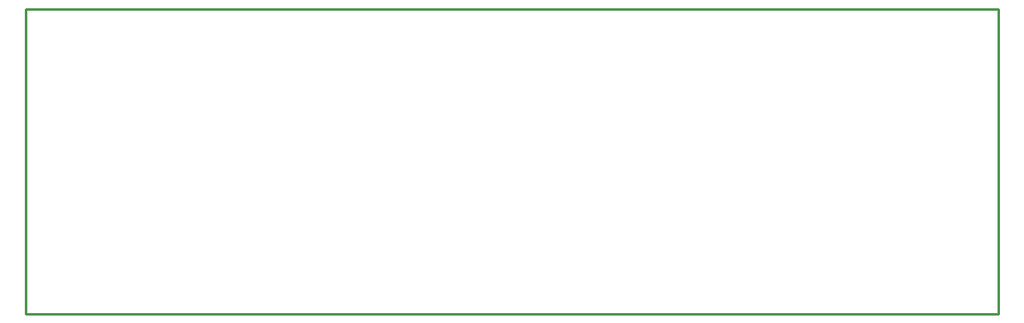
<source format=gko>
G04 Layer: BoardOutlineLayer*
G04 EasyEDA Pro v2.0.25.bcaee6, 2025-12-15 15:41:01*
G04 Gerber Generator version 0.3*
G04 Scale: 100 percent, Rotated: No, Reflected: No*
G04 Dimensions in millimeters*
G04 Leading zeros omitted, absolute positions, 3 integers and 3 decimals*
%FSLAX33Y33*%
%MOMM*%
%ADD10C,0.254*%
G75*


G04 Rect Start*
G54D10*
G01X0Y-64733D02*
G01X0Y-96000D01*
G01X99500D01*
G01Y-64733D01*
G01X0D01*
G04 Rect End*

M02*

</source>
